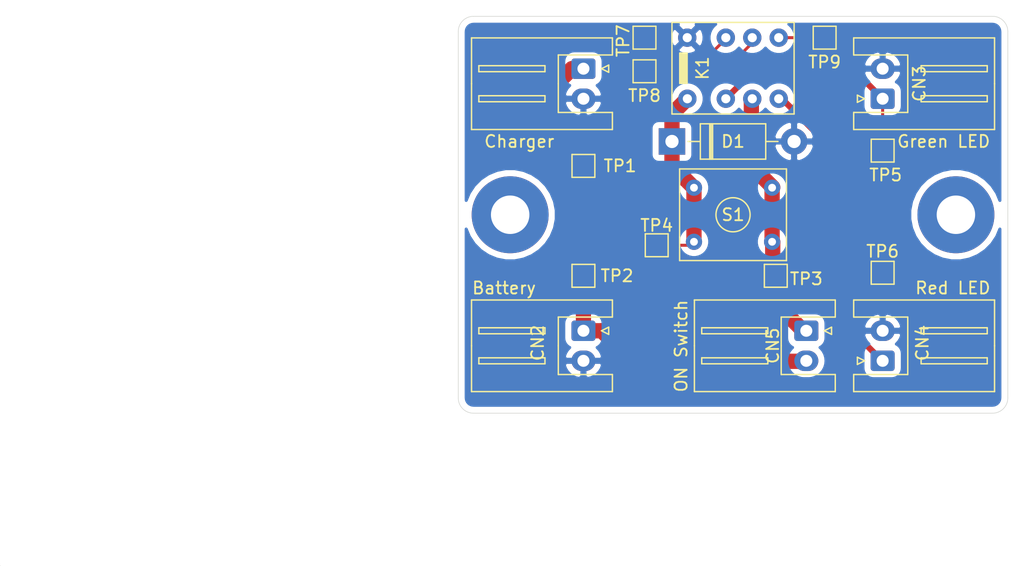
<source format=kicad_pcb>
(kicad_pcb (version 20171130) (host pcbnew 5.1.6-c6e7f7d~87~ubuntu18.04.1)

  (general
    (thickness 1.6)
    (drawings 14)
    (tracks 41)
    (zones 0)
    (modules 20)
    (nets 11)
  )

  (page A4)
  (title_block
    (title MFG-00740)
    (date 2020-08-07)
    (rev A.01)
    (company "Ventec Life Systems")
    (comment 1 "Cough Assist")
    (comment 2 "Go - No Go")
  )

  (layers
    (0 F.Cu signal)
    (31 B.Cu signal)
    (32 B.Adhes user)
    (33 F.Adhes user)
    (34 B.Paste user)
    (35 F.Paste user)
    (36 B.SilkS user)
    (37 F.SilkS user)
    (38 B.Mask user)
    (39 F.Mask user)
    (40 Dwgs.User user)
    (41 Cmts.User user)
    (42 Eco1.User user)
    (43 Eco2.User user)
    (44 Edge.Cuts user)
    (45 Margin user)
    (46 B.CrtYd user)
    (47 F.CrtYd user)
    (48 B.Fab user)
    (49 F.Fab user)
  )

  (setup
    (last_trace_width 0.25)
    (trace_clearance 0.2)
    (zone_clearance 0.508)
    (zone_45_only no)
    (trace_min 0.1524)
    (via_size 0.8)
    (via_drill 0.4)
    (via_min_size 0.6858)
    (via_min_drill 0.3302)
    (uvia_size 0.3)
    (uvia_drill 0.1)
    (uvias_allowed no)
    (uvia_min_size 0)
    (uvia_min_drill 0)
    (edge_width 0.05)
    (segment_width 0.2)
    (pcb_text_width 0.3)
    (pcb_text_size 1.5 1.5)
    (mod_edge_width 0.12)
    (mod_text_size 1 1)
    (mod_text_width 0.15)
    (pad_size 1.524 1.524)
    (pad_drill 0.762)
    (pad_to_mask_clearance 0.0508)
    (aux_axis_origin 0 0)
    (grid_origin 127 127)
    (visible_elements FFFFFF7F)
    (pcbplotparams
      (layerselection 0x010fc_ffffffff)
      (usegerberextensions true)
      (usegerberattributes true)
      (usegerberadvancedattributes true)
      (creategerberjobfile true)
      (excludeedgelayer true)
      (linewidth 0.100000)
      (plotframeref false)
      (viasonmask false)
      (mode 1)
      (useauxorigin false)
      (hpglpennumber 1)
      (hpglpenspeed 20)
      (hpglpendiameter 15.000000)
      (psnegative false)
      (psa4output false)
      (plotreference true)
      (plotvalue true)
      (plotinvisibletext false)
      (padsonsilk false)
      (subtractmaskfromsilk false)
      (outputformat 1)
      (mirror false)
      (drillshape 0)
      (scaleselection 1)
      (outputdirectory "./FabFiles/"))
  )

  (net 0 "")
  (net 1 /V_CHG)
  (net 2 GND)
  (net 3 /V_BATT)
  (net 4 /GRN_+)
  (net 5 /RED_+)
  (net 6 /V_LOAD)
  (net 7 /COIL_+)
  (net 8 /NC_1)
  (net 9 /C_1)
  (net 10 /NO_1)

  (net_class Default "This is the default net class."
    (clearance 0.2)
    (trace_width 0.25)
    (via_dia 0.8)
    (via_drill 0.4)
    (uvia_dia 0.3)
    (uvia_drill 0.1)
    (add_net /COIL_+)
    (add_net /C_1)
    (add_net /GRN_+)
    (add_net /NC_1)
    (add_net /NO_1)
    (add_net /RED_+)
    (add_net /V_BATT)
    (add_net /V_CHG)
    (add_net /V_LOAD)
    (add_net GND)
  )

  (module TestPoint:TestPoint_Pad_1.5x1.5mm (layer F.Cu) (tedit 5A0F774F) (tstamp 5F2E7A61)
    (at 157.48 95.758)
    (descr "SMD rectangular pad as test Point, square 1.5mm side length")
    (tags "test point SMD pad rectangle square")
    (path /5F33EB12)
    (attr virtual)
    (fp_text reference TP9 (at 0 2.032) (layer F.SilkS)
      (effects (font (size 1 1) (thickness 0.15)))
    )
    (fp_text value TestPoint (at 0 1.75) (layer F.Fab)
      (effects (font (size 1 1) (thickness 0.15)))
    )
    (fp_text user %R (at 0.254 0 180) (layer F.Fab)
      (effects (font (size 1 1) (thickness 0.15)))
    )
    (fp_line (start -0.95 -0.95) (end 0.95 -0.95) (layer F.SilkS) (width 0.12))
    (fp_line (start 0.95 -0.95) (end 0.95 0.95) (layer F.SilkS) (width 0.12))
    (fp_line (start 0.95 0.95) (end -0.95 0.95) (layer F.SilkS) (width 0.12))
    (fp_line (start -0.95 0.95) (end -0.95 -0.95) (layer F.SilkS) (width 0.12))
    (fp_line (start -1.25 -1.25) (end 1.25 -1.25) (layer F.CrtYd) (width 0.05))
    (fp_line (start -1.25 -1.25) (end -1.25 1.25) (layer F.CrtYd) (width 0.05))
    (fp_line (start 1.25 1.25) (end 1.25 -1.25) (layer F.CrtYd) (width 0.05))
    (fp_line (start 1.25 1.25) (end -1.25 1.25) (layer F.CrtYd) (width 0.05))
    (pad 1 smd rect (at 0 0) (size 1.5 1.5) (layers F.Cu F.Mask)
      (net 10 /NO_1))
  )

  (module TestPoint:TestPoint_Pad_1.5x1.5mm (layer F.Cu) (tedit 5A0F774F) (tstamp 5F2E7A4A)
    (at 142.494 98.552)
    (descr "SMD rectangular pad as test Point, square 1.5mm side length")
    (tags "test point SMD pad rectangle square")
    (path /5F33E8D5)
    (attr virtual)
    (fp_text reference TP8 (at 0 2.032) (layer F.SilkS)
      (effects (font (size 1 1) (thickness 0.15)))
    )
    (fp_text value TestPoint (at 0.254 -4.826) (layer F.Fab)
      (effects (font (size 1 1) (thickness 0.15)))
    )
    (fp_text user %R (at 0 0) (layer F.Fab)
      (effects (font (size 1 1) (thickness 0.15)))
    )
    (fp_line (start -0.95 -0.95) (end 0.95 -0.95) (layer F.SilkS) (width 0.12))
    (fp_line (start 0.95 -0.95) (end 0.95 0.95) (layer F.SilkS) (width 0.12))
    (fp_line (start 0.95 0.95) (end -0.95 0.95) (layer F.SilkS) (width 0.12))
    (fp_line (start -0.95 0.95) (end -0.95 -0.95) (layer F.SilkS) (width 0.12))
    (fp_line (start -1.25 -1.25) (end 1.25 -1.25) (layer F.CrtYd) (width 0.05))
    (fp_line (start -1.25 -1.25) (end -1.25 1.25) (layer F.CrtYd) (width 0.05))
    (fp_line (start 1.25 1.25) (end 1.25 -1.25) (layer F.CrtYd) (width 0.05))
    (fp_line (start 1.25 1.25) (end -1.25 1.25) (layer F.CrtYd) (width 0.05))
    (pad 1 smd rect (at 0 0) (size 1.5 1.5) (layers F.Cu F.Mask)
      (net 9 /C_1))
  )

  (module TestPoint:TestPoint_Pad_1.5x1.5mm (layer F.Cu) (tedit 5A0F774F) (tstamp 5F2E7A33)
    (at 142.494 95.758)
    (descr "SMD rectangular pad as test Point, square 1.5mm side length")
    (tags "test point SMD pad rectangle square")
    (path /5F332B0B)
    (attr virtual)
    (fp_text reference TP7 (at -1.778 0.254 90) (layer F.SilkS)
      (effects (font (size 1 1) (thickness 0.15)))
    )
    (fp_text value TestPoint (at 0.254 4.826) (layer F.Fab)
      (effects (font (size 1 1) (thickness 0.15)))
    )
    (fp_text user %R (at 0 0 180) (layer F.Fab)
      (effects (font (size 1 1) (thickness 0.15)))
    )
    (fp_line (start -0.95 -0.95) (end 0.95 -0.95) (layer F.SilkS) (width 0.12))
    (fp_line (start 0.95 -0.95) (end 0.95 0.95) (layer F.SilkS) (width 0.12))
    (fp_line (start 0.95 0.95) (end -0.95 0.95) (layer F.SilkS) (width 0.12))
    (fp_line (start -0.95 0.95) (end -0.95 -0.95) (layer F.SilkS) (width 0.12))
    (fp_line (start -1.25 -1.25) (end 1.25 -1.25) (layer F.CrtYd) (width 0.05))
    (fp_line (start -1.25 -1.25) (end -1.25 1.25) (layer F.CrtYd) (width 0.05))
    (fp_line (start 1.25 1.25) (end 1.25 -1.25) (layer F.CrtYd) (width 0.05))
    (fp_line (start 1.25 1.25) (end -1.25 1.25) (layer F.CrtYd) (width 0.05))
    (pad 1 smd rect (at 0 0) (size 1.5 1.5) (layers F.Cu F.Mask)
      (net 8 /NC_1))
  )

  (module TestPoint:TestPoint_Pad_1.5x1.5mm (layer F.Cu) (tedit 5A0F774F) (tstamp 5F2E7A1C)
    (at 162.306 115.316)
    (descr "SMD rectangular pad as test Point, square 1.5mm side length")
    (tags "test point SMD pad rectangle square")
    (path /5F3327D1)
    (attr virtual)
    (fp_text reference TP6 (at 0 -1.778) (layer F.SilkS)
      (effects (font (size 1 1) (thickness 0.15)))
    )
    (fp_text value TestPoint (at 0 1.75) (layer F.Fab)
      (effects (font (size 1 1) (thickness 0.15)))
    )
    (fp_text user %R (at 0 0.254 180) (layer F.Fab)
      (effects (font (size 1 1) (thickness 0.15)))
    )
    (fp_line (start -0.95 -0.95) (end 0.95 -0.95) (layer F.SilkS) (width 0.12))
    (fp_line (start 0.95 -0.95) (end 0.95 0.95) (layer F.SilkS) (width 0.12))
    (fp_line (start 0.95 0.95) (end -0.95 0.95) (layer F.SilkS) (width 0.12))
    (fp_line (start -0.95 0.95) (end -0.95 -0.95) (layer F.SilkS) (width 0.12))
    (fp_line (start -1.25 -1.25) (end 1.25 -1.25) (layer F.CrtYd) (width 0.05))
    (fp_line (start -1.25 -1.25) (end -1.25 1.25) (layer F.CrtYd) (width 0.05))
    (fp_line (start 1.25 1.25) (end 1.25 -1.25) (layer F.CrtYd) (width 0.05))
    (fp_line (start 1.25 1.25) (end -1.25 1.25) (layer F.CrtYd) (width 0.05))
    (pad 1 smd rect (at 0 0) (size 1.5 1.5) (layers F.Cu F.Mask)
      (net 5 /RED_+))
  )

  (module TestPoint:TestPoint_Pad_1.5x1.5mm (layer F.Cu) (tedit 5A0F774F) (tstamp 5F2E7A05)
    (at 162.306 105.156)
    (descr "SMD rectangular pad as test Point, square 1.5mm side length")
    (tags "test point SMD pad rectangle square")
    (path /5F3325EA)
    (attr virtual)
    (fp_text reference TP5 (at 0.254 2.032) (layer F.SilkS)
      (effects (font (size 1 1) (thickness 0.15)))
    )
    (fp_text value TestPoint (at 0 1.75) (layer F.Fab)
      (effects (font (size 1 1) (thickness 0.15)))
    )
    (fp_text user %R (at 0 0) (layer F.Fab)
      (effects (font (size 1 1) (thickness 0.15)))
    )
    (fp_line (start -0.95 -0.95) (end 0.95 -0.95) (layer F.SilkS) (width 0.12))
    (fp_line (start 0.95 -0.95) (end 0.95 0.95) (layer F.SilkS) (width 0.12))
    (fp_line (start 0.95 0.95) (end -0.95 0.95) (layer F.SilkS) (width 0.12))
    (fp_line (start -0.95 0.95) (end -0.95 -0.95) (layer F.SilkS) (width 0.12))
    (fp_line (start -1.25 -1.25) (end 1.25 -1.25) (layer F.CrtYd) (width 0.05))
    (fp_line (start -1.25 -1.25) (end -1.25 1.25) (layer F.CrtYd) (width 0.05))
    (fp_line (start 1.25 1.25) (end 1.25 -1.25) (layer F.CrtYd) (width 0.05))
    (fp_line (start 1.25 1.25) (end -1.25 1.25) (layer F.CrtYd) (width 0.05))
    (pad 1 smd rect (at 0 0) (size 1.5 1.5) (layers F.Cu F.Mask)
      (net 4 /GRN_+))
  )

  (module TestPoint:TestPoint_Pad_1.5x1.5mm (layer F.Cu) (tedit 5A0F774F) (tstamp 5F2E79EE)
    (at 143.51 113.03)
    (descr "SMD rectangular pad as test Point, square 1.5mm side length")
    (tags "test point SMD pad rectangle square")
    (path /5F3322A8)
    (attr virtual)
    (fp_text reference TP4 (at 0 -1.648) (layer F.SilkS)
      (effects (font (size 1 1) (thickness 0.15)))
    )
    (fp_text value TestPoint (at 0 1.75) (layer F.Fab)
      (effects (font (size 1 1) (thickness 0.15)))
    )
    (fp_text user %R (at 0 0) (layer F.Fab)
      (effects (font (size 1 1) (thickness 0.15)))
    )
    (fp_line (start -0.95 -0.95) (end 0.95 -0.95) (layer F.SilkS) (width 0.12))
    (fp_line (start 0.95 -0.95) (end 0.95 0.95) (layer F.SilkS) (width 0.12))
    (fp_line (start 0.95 0.95) (end -0.95 0.95) (layer F.SilkS) (width 0.12))
    (fp_line (start -0.95 0.95) (end -0.95 -0.95) (layer F.SilkS) (width 0.12))
    (fp_line (start -1.25 -1.25) (end 1.25 -1.25) (layer F.CrtYd) (width 0.05))
    (fp_line (start -1.25 -1.25) (end -1.25 1.25) (layer F.CrtYd) (width 0.05))
    (fp_line (start 1.25 1.25) (end 1.25 -1.25) (layer F.CrtYd) (width 0.05))
    (fp_line (start 1.25 1.25) (end -1.25 1.25) (layer F.CrtYd) (width 0.05))
    (pad 1 smd rect (at 0 0) (size 1.5 1.5) (layers F.Cu F.Mask)
      (net 7 /COIL_+))
  )

  (module TestPoint:TestPoint_Pad_1.5x1.5mm (layer F.Cu) (tedit 5A0F774F) (tstamp 5F2E79D7)
    (at 153.416 115.57)
    (descr "SMD rectangular pad as test Point, square 1.5mm side length")
    (tags "test point SMD pad rectangle square")
    (path /5F33202D)
    (attr virtual)
    (fp_text reference TP3 (at 2.54 0.254) (layer F.SilkS)
      (effects (font (size 1 1) (thickness 0.15)))
    )
    (fp_text value TestPoint (at 0 1.75) (layer F.Fab)
      (effects (font (size 1 1) (thickness 0.15)))
    )
    (fp_text user %R (at 0 0.254) (layer F.Fab)
      (effects (font (size 1 1) (thickness 0.15)))
    )
    (fp_line (start -0.95 -0.95) (end 0.95 -0.95) (layer F.SilkS) (width 0.12))
    (fp_line (start 0.95 -0.95) (end 0.95 0.95) (layer F.SilkS) (width 0.12))
    (fp_line (start 0.95 0.95) (end -0.95 0.95) (layer F.SilkS) (width 0.12))
    (fp_line (start -0.95 0.95) (end -0.95 -0.95) (layer F.SilkS) (width 0.12))
    (fp_line (start -1.25 -1.25) (end 1.25 -1.25) (layer F.CrtYd) (width 0.05))
    (fp_line (start -1.25 -1.25) (end -1.25 1.25) (layer F.CrtYd) (width 0.05))
    (fp_line (start 1.25 1.25) (end 1.25 -1.25) (layer F.CrtYd) (width 0.05))
    (fp_line (start 1.25 1.25) (end -1.25 1.25) (layer F.CrtYd) (width 0.05))
    (pad 1 smd rect (at 0 0) (size 1.5 1.5) (layers F.Cu F.Mask)
      (net 6 /V_LOAD))
  )

  (module TestPoint:TestPoint_Pad_1.5x1.5mm (layer F.Cu) (tedit 5A0F774F) (tstamp 5F2E79C0)
    (at 137.414 115.57)
    (descr "SMD rectangular pad as test Point, square 1.5mm side length")
    (tags "test point SMD pad rectangle square")
    (path /5F331C87)
    (attr virtual)
    (fp_text reference TP2 (at 2.794 0) (layer F.SilkS)
      (effects (font (size 1 1) (thickness 0.15)))
    )
    (fp_text value TestPoint (at 0 1.75) (layer F.Fab)
      (effects (font (size 1 1) (thickness 0.15)))
    )
    (fp_text user %R (at 0 0) (layer F.Fab)
      (effects (font (size 1 1) (thickness 0.15)))
    )
    (fp_line (start -0.95 -0.95) (end 0.95 -0.95) (layer F.SilkS) (width 0.12))
    (fp_line (start 0.95 -0.95) (end 0.95 0.95) (layer F.SilkS) (width 0.12))
    (fp_line (start 0.95 0.95) (end -0.95 0.95) (layer F.SilkS) (width 0.12))
    (fp_line (start -0.95 0.95) (end -0.95 -0.95) (layer F.SilkS) (width 0.12))
    (fp_line (start -1.25 -1.25) (end 1.25 -1.25) (layer F.CrtYd) (width 0.05))
    (fp_line (start -1.25 -1.25) (end -1.25 1.25) (layer F.CrtYd) (width 0.05))
    (fp_line (start 1.25 1.25) (end 1.25 -1.25) (layer F.CrtYd) (width 0.05))
    (fp_line (start 1.25 1.25) (end -1.25 1.25) (layer F.CrtYd) (width 0.05))
    (pad 1 smd rect (at 0 0) (size 1.5 1.5) (layers F.Cu F.Mask)
      (net 3 /V_BATT))
  )

  (module TestPoint:TestPoint_Pad_1.5x1.5mm (layer F.Cu) (tedit 5A0F774F) (tstamp 5F2E79A9)
    (at 137.414 106.426)
    (descr "SMD rectangular pad as test Point, square 1.5mm side length")
    (tags "test point SMD pad rectangle square")
    (path /5F31A27A)
    (attr virtual)
    (fp_text reference TP1 (at 3.048 0) (layer F.SilkS)
      (effects (font (size 1 1) (thickness 0.15)))
    )
    (fp_text value TestPoint (at 0 1.75) (layer F.Fab)
      (effects (font (size 1 1) (thickness 0.15)))
    )
    (fp_text user %R (at 0.254 0) (layer F.Fab)
      (effects (font (size 1 1) (thickness 0.15)))
    )
    (fp_line (start -0.95 -0.95) (end 0.95 -0.95) (layer F.SilkS) (width 0.12))
    (fp_line (start 0.95 -0.95) (end 0.95 0.95) (layer F.SilkS) (width 0.12))
    (fp_line (start 0.95 0.95) (end -0.95 0.95) (layer F.SilkS) (width 0.12))
    (fp_line (start -0.95 0.95) (end -0.95 -0.95) (layer F.SilkS) (width 0.12))
    (fp_line (start -1.25 -1.25) (end 1.25 -1.25) (layer F.CrtYd) (width 0.05))
    (fp_line (start -1.25 -1.25) (end -1.25 1.25) (layer F.CrtYd) (width 0.05))
    (fp_line (start 1.25 1.25) (end 1.25 -1.25) (layer F.CrtYd) (width 0.05))
    (fp_line (start 1.25 1.25) (end -1.25 1.25) (layer F.CrtYd) (width 0.05))
    (pad 1 smd rect (at 0 0) (size 1.5 1.5) (layers F.Cu F.Mask)
      (net 1 /V_CHG))
  )

  (module MountingHole:MountingHole_3.2mm_M3_Pad (layer F.Cu) (tedit 56D1B4CB) (tstamp 5F2F9B69)
    (at 168.402 110.49)
    (descr "Mounting Hole 3.2mm, M3")
    (tags "mounting hole 3.2mm m3")
    (path /5F2F56EC)
    (attr virtual)
    (fp_text reference H2 (at 0 -4.2) (layer F.SilkS) hide
      (effects (font (size 1 1) (thickness 0.15)))
    )
    (fp_text value MountingHole (at 4.826 -0.254 90) (layer F.Fab)
      (effects (font (size 1 1) (thickness 0.15)))
    )
    (fp_text user %R (at 0.3 0) (layer F.Fab)
      (effects (font (size 1 1) (thickness 0.15)))
    )
    (fp_circle (center 0 0) (end 3.2 0) (layer Cmts.User) (width 0.15))
    (fp_circle (center 0 0) (end 3.45 0) (layer F.CrtYd) (width 0.05))
    (pad 1 thru_hole circle (at 0 0) (size 6.4 6.4) (drill 3.2) (layers *.Cu *.Mask))
  )

  (module MountingHole:MountingHole_3.2mm_M3_Pad (layer F.Cu) (tedit 56D1B4CB) (tstamp 5F2F9B61)
    (at 131.318 110.49)
    (descr "Mounting Hole 3.2mm, M3")
    (tags "mounting hole 3.2mm m3")
    (path /5F2F3B6E)
    (attr virtual)
    (fp_text reference H1 (at 0 -4.2) (layer F.SilkS) hide
      (effects (font (size 1 1) (thickness 0.15)))
    )
    (fp_text value MountingHole (at -5.588 0.762 90) (layer F.Fab)
      (effects (font (size 1 1) (thickness 0.15)))
    )
    (fp_text user %R (at 0.3 0) (layer F.Fab)
      (effects (font (size 1 1) (thickness 0.15)))
    )
    (fp_circle (center 0 0) (end 3.2 0) (layer Cmts.User) (width 0.15))
    (fp_circle (center 0 0) (end 3.45 0) (layer F.CrtYd) (width 0.05))
    (pad 1 thru_hole circle (at 0 0) (size 6.4 6.4) (drill 3.2) (layers *.Cu *.Mask))
  )

  (module Connector_JST:JST_XH_S2B-XH-A_1x02_P2.50mm_Horizontal (layer F.Cu) (tedit 5C281475) (tstamp 5F2E789A)
    (at 137.414 98.338 270)
    (descr "JST XH series connector, S2B-XH-A (http://www.jst-mfg.com/product/pdf/eng/eXH.pdf), generated with kicad-footprint-generator")
    (tags "connector JST XH horizontal")
    (path /5F2E8634)
    (fp_text reference CN1 (at 6.056 7.62 180) (layer F.SilkS) hide
      (effects (font (size 1 1) (thickness 0.15)))
    )
    (fp_text value Conn_01x02 (at -4.866 4.572) (layer F.Fab)
      (effects (font (size 1 1) (thickness 0.15)))
    )
    (fp_line (start -2.95 -2.8) (end -2.95 9.7) (layer F.CrtYd) (width 0.05))
    (fp_line (start -2.95 9.7) (end 5.45 9.7) (layer F.CrtYd) (width 0.05))
    (fp_line (start 5.45 9.7) (end 5.45 -2.8) (layer F.CrtYd) (width 0.05))
    (fp_line (start 5.45 -2.8) (end -2.95 -2.8) (layer F.CrtYd) (width 0.05))
    (fp_line (start 1.25 9.31) (end -2.56 9.31) (layer F.SilkS) (width 0.12))
    (fp_line (start -2.56 9.31) (end -2.56 -2.41) (layer F.SilkS) (width 0.12))
    (fp_line (start -2.56 -2.41) (end -1.14 -2.41) (layer F.SilkS) (width 0.12))
    (fp_line (start -1.14 -2.41) (end -1.14 2.09) (layer F.SilkS) (width 0.12))
    (fp_line (start -1.14 2.09) (end 1.25 2.09) (layer F.SilkS) (width 0.12))
    (fp_line (start 1.25 9.31) (end 5.06 9.31) (layer F.SilkS) (width 0.12))
    (fp_line (start 5.06 9.31) (end 5.06 -2.41) (layer F.SilkS) (width 0.12))
    (fp_line (start 5.06 -2.41) (end 3.64 -2.41) (layer F.SilkS) (width 0.12))
    (fp_line (start 3.64 -2.41) (end 3.64 2.09) (layer F.SilkS) (width 0.12))
    (fp_line (start 3.64 2.09) (end 1.25 2.09) (layer F.SilkS) (width 0.12))
    (fp_line (start 1.25 9.2) (end -2.45 9.2) (layer F.Fab) (width 0.1))
    (fp_line (start -2.45 9.2) (end -2.45 -2.3) (layer F.Fab) (width 0.1))
    (fp_line (start -2.45 -2.3) (end -1.25 -2.3) (layer F.Fab) (width 0.1))
    (fp_line (start -1.25 -2.3) (end -1.25 2.2) (layer F.Fab) (width 0.1))
    (fp_line (start -1.25 2.2) (end 1.25 2.2) (layer F.Fab) (width 0.1))
    (fp_line (start 1.25 9.2) (end 4.95 9.2) (layer F.Fab) (width 0.1))
    (fp_line (start 4.95 9.2) (end 4.95 -2.3) (layer F.Fab) (width 0.1))
    (fp_line (start 4.95 -2.3) (end 3.75 -2.3) (layer F.Fab) (width 0.1))
    (fp_line (start 3.75 -2.3) (end 3.75 2.2) (layer F.Fab) (width 0.1))
    (fp_line (start 3.75 2.2) (end 1.25 2.2) (layer F.Fab) (width 0.1))
    (fp_line (start -0.25 3.2) (end -0.25 8.7) (layer F.SilkS) (width 0.12))
    (fp_line (start -0.25 8.7) (end 0.25 8.7) (layer F.SilkS) (width 0.12))
    (fp_line (start 0.25 8.7) (end 0.25 3.2) (layer F.SilkS) (width 0.12))
    (fp_line (start 0.25 3.2) (end -0.25 3.2) (layer F.SilkS) (width 0.12))
    (fp_line (start 2.25 3.2) (end 2.25 8.7) (layer F.SilkS) (width 0.12))
    (fp_line (start 2.25 8.7) (end 2.75 8.7) (layer F.SilkS) (width 0.12))
    (fp_line (start 2.75 8.7) (end 2.75 3.2) (layer F.SilkS) (width 0.12))
    (fp_line (start 2.75 3.2) (end 2.25 3.2) (layer F.SilkS) (width 0.12))
    (fp_line (start 0 -1.5) (end -0.3 -2.1) (layer F.SilkS) (width 0.12))
    (fp_line (start -0.3 -2.1) (end 0.3 -2.1) (layer F.SilkS) (width 0.12))
    (fp_line (start 0.3 -2.1) (end 0 -1.5) (layer F.SilkS) (width 0.12))
    (fp_line (start -0.625 2.2) (end 0 1.2) (layer F.Fab) (width 0.1))
    (fp_line (start 0 1.2) (end 0.625 2.2) (layer F.Fab) (width 0.1))
    (fp_text user %R (at 1.23 3.556 90) (layer F.Fab)
      (effects (font (size 1 1) (thickness 0.15)))
    )
    (pad 1 thru_hole roundrect (at 0 0 270) (size 1.7 2) (drill 1) (layers *.Cu *.Mask) (roundrect_rratio 0.147059)
      (net 1 /V_CHG))
    (pad 2 thru_hole oval (at 2.5 0 270) (size 1.7 2) (drill 1) (layers *.Cu *.Mask)
      (net 2 GND))
    (model ${KISYS3DMOD}/Connector_JST.3dshapes/JST_XH_S2B-XH-A_1x02_P2.50mm_Horizontal.wrl
      (at (xyz 0 0 0))
      (scale (xyz 1 1 1))
      (rotate (xyz 0 0 0))
    )
  )

  (module Connector_JST:JST_XH_S2B-XH-A_1x02_P2.50mm_Horizontal (layer F.Cu) (tedit 5C281475) (tstamp 5F2FAB99)
    (at 137.414 120.142 270)
    (descr "JST XH series connector, S2B-XH-A (http://www.jst-mfg.com/product/pdf/eng/eXH.pdf), generated with kicad-footprint-generator")
    (tags "connector JST XH horizontal")
    (path /5F2E8E6E)
    (fp_text reference CN2 (at 1.016 3.81 90) (layer F.SilkS)
      (effects (font (size 1 1) (thickness 0.15)))
    )
    (fp_text value Conn_01x02 (at 5.842 3.81 180) (layer F.Fab)
      (effects (font (size 1 1) (thickness 0.15)))
    )
    (fp_text user %R (at 1.25 3.45 90) (layer F.Fab)
      (effects (font (size 1 1) (thickness 0.15)))
    )
    (fp_line (start -2.95 -2.8) (end -2.95 9.7) (layer F.CrtYd) (width 0.05))
    (fp_line (start -2.95 9.7) (end 5.45 9.7) (layer F.CrtYd) (width 0.05))
    (fp_line (start 5.45 9.7) (end 5.45 -2.8) (layer F.CrtYd) (width 0.05))
    (fp_line (start 5.45 -2.8) (end -2.95 -2.8) (layer F.CrtYd) (width 0.05))
    (fp_line (start 1.25 9.31) (end -2.56 9.31) (layer F.SilkS) (width 0.12))
    (fp_line (start -2.56 9.31) (end -2.56 -2.41) (layer F.SilkS) (width 0.12))
    (fp_line (start -2.56 -2.41) (end -1.14 -2.41) (layer F.SilkS) (width 0.12))
    (fp_line (start -1.14 -2.41) (end -1.14 2.09) (layer F.SilkS) (width 0.12))
    (fp_line (start -1.14 2.09) (end 1.25 2.09) (layer F.SilkS) (width 0.12))
    (fp_line (start 1.25 9.31) (end 5.06 9.31) (layer F.SilkS) (width 0.12))
    (fp_line (start 5.06 9.31) (end 5.06 -2.41) (layer F.SilkS) (width 0.12))
    (fp_line (start 5.06 -2.41) (end 3.64 -2.41) (layer F.SilkS) (width 0.12))
    (fp_line (start 3.64 -2.41) (end 3.64 2.09) (layer F.SilkS) (width 0.12))
    (fp_line (start 3.64 2.09) (end 1.25 2.09) (layer F.SilkS) (width 0.12))
    (fp_line (start 1.25 9.2) (end -2.45 9.2) (layer F.Fab) (width 0.1))
    (fp_line (start -2.45 9.2) (end -2.45 -2.3) (layer F.Fab) (width 0.1))
    (fp_line (start -2.45 -2.3) (end -1.25 -2.3) (layer F.Fab) (width 0.1))
    (fp_line (start -1.25 -2.3) (end -1.25 2.2) (layer F.Fab) (width 0.1))
    (fp_line (start -1.25 2.2) (end 1.25 2.2) (layer F.Fab) (width 0.1))
    (fp_line (start 1.25 9.2) (end 4.95 9.2) (layer F.Fab) (width 0.1))
    (fp_line (start 4.95 9.2) (end 4.95 -2.3) (layer F.Fab) (width 0.1))
    (fp_line (start 4.95 -2.3) (end 3.75 -2.3) (layer F.Fab) (width 0.1))
    (fp_line (start 3.75 -2.3) (end 3.75 2.2) (layer F.Fab) (width 0.1))
    (fp_line (start 3.75 2.2) (end 1.25 2.2) (layer F.Fab) (width 0.1))
    (fp_line (start -0.25 3.2) (end -0.25 8.7) (layer F.SilkS) (width 0.12))
    (fp_line (start -0.25 8.7) (end 0.25 8.7) (layer F.SilkS) (width 0.12))
    (fp_line (start 0.25 8.7) (end 0.25 3.2) (layer F.SilkS) (width 0.12))
    (fp_line (start 0.25 3.2) (end -0.25 3.2) (layer F.SilkS) (width 0.12))
    (fp_line (start 2.25 3.2) (end 2.25 8.7) (layer F.SilkS) (width 0.12))
    (fp_line (start 2.25 8.7) (end 2.75 8.7) (layer F.SilkS) (width 0.12))
    (fp_line (start 2.75 8.7) (end 2.75 3.2) (layer F.SilkS) (width 0.12))
    (fp_line (start 2.75 3.2) (end 2.25 3.2) (layer F.SilkS) (width 0.12))
    (fp_line (start 0 -1.5) (end -0.3 -2.1) (layer F.SilkS) (width 0.12))
    (fp_line (start -0.3 -2.1) (end 0.3 -2.1) (layer F.SilkS) (width 0.12))
    (fp_line (start 0.3 -2.1) (end 0 -1.5) (layer F.SilkS) (width 0.12))
    (fp_line (start -0.625 2.2) (end 0 1.2) (layer F.Fab) (width 0.1))
    (fp_line (start 0 1.2) (end 0.625 2.2) (layer F.Fab) (width 0.1))
    (pad 1 thru_hole roundrect (at 0 0 270) (size 1.7 2) (drill 1) (layers *.Cu *.Mask) (roundrect_rratio 0.147059)
      (net 3 /V_BATT))
    (pad 2 thru_hole oval (at 2.5 0 270) (size 1.7 2) (drill 1) (layers *.Cu *.Mask)
      (net 2 GND))
    (model ${KISYS3DMOD}/Connector_JST.3dshapes/JST_XH_S2B-XH-A_1x02_P2.50mm_Horizontal.wrl
      (at (xyz 0 0 0))
      (scale (xyz 1 1 1))
      (rotate (xyz 0 0 0))
    )
  )

  (module Connector_JST:JST_XH_S2B-XH-A_1x02_P2.50mm_Horizontal (layer F.Cu) (tedit 5C281475) (tstamp 5F2E78F2)
    (at 162.306 100.838 90)
    (descr "JST XH series connector, S2B-XH-A (http://www.jst-mfg.com/product/pdf/eng/eXH.pdf), generated with kicad-footprint-generator")
    (tags "connector JST XH horizontal")
    (path /5F2E968C)
    (fp_text reference CN3 (at 1.25 3.048 90) (layer F.SilkS)
      (effects (font (size 1 1) (thickness 0.15)))
    )
    (fp_text value Conn_01x02 (at 1.25 10.4 90) (layer F.Fab)
      (effects (font (size 1 1) (thickness 0.15)))
    )
    (fp_line (start -2.95 -2.8) (end -2.95 9.7) (layer F.CrtYd) (width 0.05))
    (fp_line (start -2.95 9.7) (end 5.45 9.7) (layer F.CrtYd) (width 0.05))
    (fp_line (start 5.45 9.7) (end 5.45 -2.8) (layer F.CrtYd) (width 0.05))
    (fp_line (start 5.45 -2.8) (end -2.95 -2.8) (layer F.CrtYd) (width 0.05))
    (fp_line (start 1.25 9.31) (end -2.56 9.31) (layer F.SilkS) (width 0.12))
    (fp_line (start -2.56 9.31) (end -2.56 -2.41) (layer F.SilkS) (width 0.12))
    (fp_line (start -2.56 -2.41) (end -1.14 -2.41) (layer F.SilkS) (width 0.12))
    (fp_line (start -1.14 -2.41) (end -1.14 2.09) (layer F.SilkS) (width 0.12))
    (fp_line (start -1.14 2.09) (end 1.25 2.09) (layer F.SilkS) (width 0.12))
    (fp_line (start 1.25 9.31) (end 5.06 9.31) (layer F.SilkS) (width 0.12))
    (fp_line (start 5.06 9.31) (end 5.06 -2.41) (layer F.SilkS) (width 0.12))
    (fp_line (start 5.06 -2.41) (end 3.64 -2.41) (layer F.SilkS) (width 0.12))
    (fp_line (start 3.64 -2.41) (end 3.64 2.09) (layer F.SilkS) (width 0.12))
    (fp_line (start 3.64 2.09) (end 1.25 2.09) (layer F.SilkS) (width 0.12))
    (fp_line (start 1.25 9.2) (end -2.45 9.2) (layer F.Fab) (width 0.1))
    (fp_line (start -2.45 9.2) (end -2.45 -2.3) (layer F.Fab) (width 0.1))
    (fp_line (start -2.45 -2.3) (end -1.25 -2.3) (layer F.Fab) (width 0.1))
    (fp_line (start -1.25 -2.3) (end -1.25 2.2) (layer F.Fab) (width 0.1))
    (fp_line (start -1.25 2.2) (end 1.25 2.2) (layer F.Fab) (width 0.1))
    (fp_line (start 1.25 9.2) (end 4.95 9.2) (layer F.Fab) (width 0.1))
    (fp_line (start 4.95 9.2) (end 4.95 -2.3) (layer F.Fab) (width 0.1))
    (fp_line (start 4.95 -2.3) (end 3.75 -2.3) (layer F.Fab) (width 0.1))
    (fp_line (start 3.75 -2.3) (end 3.75 2.2) (layer F.Fab) (width 0.1))
    (fp_line (start 3.75 2.2) (end 1.25 2.2) (layer F.Fab) (width 0.1))
    (fp_line (start -0.25 3.2) (end -0.25 8.7) (layer F.SilkS) (width 0.12))
    (fp_line (start -0.25 8.7) (end 0.25 8.7) (layer F.SilkS) (width 0.12))
    (fp_line (start 0.25 8.7) (end 0.25 3.2) (layer F.SilkS) (width 0.12))
    (fp_line (start 0.25 3.2) (end -0.25 3.2) (layer F.SilkS) (width 0.12))
    (fp_line (start 2.25 3.2) (end 2.25 8.7) (layer F.SilkS) (width 0.12))
    (fp_line (start 2.25 8.7) (end 2.75 8.7) (layer F.SilkS) (width 0.12))
    (fp_line (start 2.75 8.7) (end 2.75 3.2) (layer F.SilkS) (width 0.12))
    (fp_line (start 2.75 3.2) (end 2.25 3.2) (layer F.SilkS) (width 0.12))
    (fp_line (start 0 -1.5) (end -0.3 -2.1) (layer F.SilkS) (width 0.12))
    (fp_line (start -0.3 -2.1) (end 0.3 -2.1) (layer F.SilkS) (width 0.12))
    (fp_line (start 0.3 -2.1) (end 0 -1.5) (layer F.SilkS) (width 0.12))
    (fp_line (start -0.625 2.2) (end 0 1.2) (layer F.Fab) (width 0.1))
    (fp_line (start 0 1.2) (end 0.625 2.2) (layer F.Fab) (width 0.1))
    (fp_text user %R (at 1.25 3.45 90) (layer F.Fab)
      (effects (font (size 1 1) (thickness 0.15)))
    )
    (pad 1 thru_hole roundrect (at 0 0 90) (size 1.7 2) (drill 1) (layers *.Cu *.Mask) (roundrect_rratio 0.147059)
      (net 4 /GRN_+))
    (pad 2 thru_hole oval (at 2.5 0 90) (size 1.7 2) (drill 1) (layers *.Cu *.Mask)
      (net 2 GND))
    (model ${KISYS3DMOD}/Connector_JST.3dshapes/JST_XH_S2B-XH-A_1x02_P2.50mm_Horizontal.wrl
      (at (xyz 0 0 0))
      (scale (xyz 1 1 1))
      (rotate (xyz 0 0 0))
    )
  )

  (module Connector_JST:JST_XH_S2B-XH-A_1x02_P2.50mm_Horizontal (layer F.Cu) (tedit 5C281475) (tstamp 5F2F9EE1)
    (at 162.306 122.642 90)
    (descr "JST XH series connector, S2B-XH-A (http://www.jst-mfg.com/product/pdf/eng/eXH.pdf), generated with kicad-footprint-generator")
    (tags "connector JST XH horizontal")
    (path /5F2E9B08)
    (fp_text reference CN4 (at 1.484 3.302 90) (layer F.SilkS)
      (effects (font (size 1 1) (thickness 0.15)))
    )
    (fp_text value Conn_01x02 (at -3.596 4.318 180) (layer F.Fab)
      (effects (font (size 1 1) (thickness 0.15)))
    )
    (fp_line (start 0 1.2) (end 0.625 2.2) (layer F.Fab) (width 0.1))
    (fp_line (start -0.625 2.2) (end 0 1.2) (layer F.Fab) (width 0.1))
    (fp_line (start 0.3 -2.1) (end 0 -1.5) (layer F.SilkS) (width 0.12))
    (fp_line (start -0.3 -2.1) (end 0.3 -2.1) (layer F.SilkS) (width 0.12))
    (fp_line (start 0 -1.5) (end -0.3 -2.1) (layer F.SilkS) (width 0.12))
    (fp_line (start 2.75 3.2) (end 2.25 3.2) (layer F.SilkS) (width 0.12))
    (fp_line (start 2.75 8.7) (end 2.75 3.2) (layer F.SilkS) (width 0.12))
    (fp_line (start 2.25 8.7) (end 2.75 8.7) (layer F.SilkS) (width 0.12))
    (fp_line (start 2.25 3.2) (end 2.25 8.7) (layer F.SilkS) (width 0.12))
    (fp_line (start 0.25 3.2) (end -0.25 3.2) (layer F.SilkS) (width 0.12))
    (fp_line (start 0.25 8.7) (end 0.25 3.2) (layer F.SilkS) (width 0.12))
    (fp_line (start -0.25 8.7) (end 0.25 8.7) (layer F.SilkS) (width 0.12))
    (fp_line (start -0.25 3.2) (end -0.25 8.7) (layer F.SilkS) (width 0.12))
    (fp_line (start 3.75 2.2) (end 1.25 2.2) (layer F.Fab) (width 0.1))
    (fp_line (start 3.75 -2.3) (end 3.75 2.2) (layer F.Fab) (width 0.1))
    (fp_line (start 4.95 -2.3) (end 3.75 -2.3) (layer F.Fab) (width 0.1))
    (fp_line (start 4.95 9.2) (end 4.95 -2.3) (layer F.Fab) (width 0.1))
    (fp_line (start 1.25 9.2) (end 4.95 9.2) (layer F.Fab) (width 0.1))
    (fp_line (start -1.25 2.2) (end 1.25 2.2) (layer F.Fab) (width 0.1))
    (fp_line (start -1.25 -2.3) (end -1.25 2.2) (layer F.Fab) (width 0.1))
    (fp_line (start -2.45 -2.3) (end -1.25 -2.3) (layer F.Fab) (width 0.1))
    (fp_line (start -2.45 9.2) (end -2.45 -2.3) (layer F.Fab) (width 0.1))
    (fp_line (start 1.25 9.2) (end -2.45 9.2) (layer F.Fab) (width 0.1))
    (fp_line (start 3.64 2.09) (end 1.25 2.09) (layer F.SilkS) (width 0.12))
    (fp_line (start 3.64 -2.41) (end 3.64 2.09) (layer F.SilkS) (width 0.12))
    (fp_line (start 5.06 -2.41) (end 3.64 -2.41) (layer F.SilkS) (width 0.12))
    (fp_line (start 5.06 9.31) (end 5.06 -2.41) (layer F.SilkS) (width 0.12))
    (fp_line (start 1.25 9.31) (end 5.06 9.31) (layer F.SilkS) (width 0.12))
    (fp_line (start -1.14 2.09) (end 1.25 2.09) (layer F.SilkS) (width 0.12))
    (fp_line (start -1.14 -2.41) (end -1.14 2.09) (layer F.SilkS) (width 0.12))
    (fp_line (start -2.56 -2.41) (end -1.14 -2.41) (layer F.SilkS) (width 0.12))
    (fp_line (start -2.56 9.31) (end -2.56 -2.41) (layer F.SilkS) (width 0.12))
    (fp_line (start 1.25 9.31) (end -2.56 9.31) (layer F.SilkS) (width 0.12))
    (fp_line (start 5.45 -2.8) (end -2.95 -2.8) (layer F.CrtYd) (width 0.05))
    (fp_line (start 5.45 9.7) (end 5.45 -2.8) (layer F.CrtYd) (width 0.05))
    (fp_line (start -2.95 9.7) (end 5.45 9.7) (layer F.CrtYd) (width 0.05))
    (fp_line (start -2.95 -2.8) (end -2.95 9.7) (layer F.CrtYd) (width 0.05))
    (fp_text user %R (at 1.25 3.45 90) (layer F.Fab)
      (effects (font (size 1 1) (thickness 0.15)))
    )
    (pad 2 thru_hole oval (at 2.5 0 90) (size 1.7 2) (drill 1) (layers *.Cu *.Mask)
      (net 2 GND))
    (pad 1 thru_hole roundrect (at 0 0 90) (size 1.7 2) (drill 1) (layers *.Cu *.Mask) (roundrect_rratio 0.147059)
      (net 5 /RED_+))
    (model ${KISYS3DMOD}/Connector_JST.3dshapes/JST_XH_S2B-XH-A_1x02_P2.50mm_Horizontal.wrl
      (at (xyz 0 0 0))
      (scale (xyz 1 1 1))
      (rotate (xyz 0 0 0))
    )
  )

  (module Connector_JST:JST_XH_S2B-XH-A_1x02_P2.50mm_Horizontal (layer F.Cu) (tedit 5C281475) (tstamp 5F2FA4C6)
    (at 155.956 120.142 270)
    (descr "JST XH series connector, S2B-XH-A (http://www.jst-mfg.com/product/pdf/eng/eXH.pdf), generated with kicad-footprint-generator")
    (tags "connector JST XH horizontal")
    (path /5F2E9FDF)
    (fp_text reference CN5 (at 1.25 2.794 90) (layer F.SilkS)
      (effects (font (size 1 1) (thickness 0.15)))
    )
    (fp_text value Conn_01x02 (at 5.842 3.048) (layer F.Fab)
      (effects (font (size 1 1) (thickness 0.15)))
    )
    (fp_line (start -2.95 -2.8) (end -2.95 9.7) (layer F.CrtYd) (width 0.05))
    (fp_line (start -2.95 9.7) (end 5.45 9.7) (layer F.CrtYd) (width 0.05))
    (fp_line (start 5.45 9.7) (end 5.45 -2.8) (layer F.CrtYd) (width 0.05))
    (fp_line (start 5.45 -2.8) (end -2.95 -2.8) (layer F.CrtYd) (width 0.05))
    (fp_line (start 1.25 9.31) (end -2.56 9.31) (layer F.SilkS) (width 0.12))
    (fp_line (start -2.56 9.31) (end -2.56 -2.41) (layer F.SilkS) (width 0.12))
    (fp_line (start -2.56 -2.41) (end -1.14 -2.41) (layer F.SilkS) (width 0.12))
    (fp_line (start -1.14 -2.41) (end -1.14 2.09) (layer F.SilkS) (width 0.12))
    (fp_line (start -1.14 2.09) (end 1.25 2.09) (layer F.SilkS) (width 0.12))
    (fp_line (start 1.25 9.31) (end 5.06 9.31) (layer F.SilkS) (width 0.12))
    (fp_line (start 5.06 9.31) (end 5.06 -2.41) (layer F.SilkS) (width 0.12))
    (fp_line (start 5.06 -2.41) (end 3.64 -2.41) (layer F.SilkS) (width 0.12))
    (fp_line (start 3.64 -2.41) (end 3.64 2.09) (layer F.SilkS) (width 0.12))
    (fp_line (start 3.64 2.09) (end 1.25 2.09) (layer F.SilkS) (width 0.12))
    (fp_line (start 1.25 9.2) (end -2.45 9.2) (layer F.Fab) (width 0.1))
    (fp_line (start -2.45 9.2) (end -2.45 -2.3) (layer F.Fab) (width 0.1))
    (fp_line (start -2.45 -2.3) (end -1.25 -2.3) (layer F.Fab) (width 0.1))
    (fp_line (start -1.25 -2.3) (end -1.25 2.2) (layer F.Fab) (width 0.1))
    (fp_line (start -1.25 2.2) (end 1.25 2.2) (layer F.Fab) (width 0.1))
    (fp_line (start 1.25 9.2) (end 4.95 9.2) (layer F.Fab) (width 0.1))
    (fp_line (start 4.95 9.2) (end 4.95 -2.3) (layer F.Fab) (width 0.1))
    (fp_line (start 4.95 -2.3) (end 3.75 -2.3) (layer F.Fab) (width 0.1))
    (fp_line (start 3.75 -2.3) (end 3.75 2.2) (layer F.Fab) (width 0.1))
    (fp_line (start 3.75 2.2) (end 1.25 2.2) (layer F.Fab) (width 0.1))
    (fp_line (start -0.25 3.2) (end -0.25 8.7) (layer F.SilkS) (width 0.12))
    (fp_line (start -0.25 8.7) (end 0.25 8.7) (layer F.SilkS) (width 0.12))
    (fp_line (start 0.25 8.7) (end 0.25 3.2) (layer F.SilkS) (width 0.12))
    (fp_line (start 0.25 3.2) (end -0.25 3.2) (layer F.SilkS) (width 0.12))
    (fp_line (start 2.25 3.2) (end 2.25 8.7) (layer F.SilkS) (width 0.12))
    (fp_line (start 2.25 8.7) (end 2.75 8.7) (layer F.SilkS) (width 0.12))
    (fp_line (start 2.75 8.7) (end 2.75 3.2) (layer F.SilkS) (width 0.12))
    (fp_line (start 2.75 3.2) (end 2.25 3.2) (layer F.SilkS) (width 0.12))
    (fp_line (start 0 -1.5) (end -0.3 -2.1) (layer F.SilkS) (width 0.12))
    (fp_line (start -0.3 -2.1) (end 0.3 -2.1) (layer F.SilkS) (width 0.12))
    (fp_line (start 0.3 -2.1) (end 0 -1.5) (layer F.SilkS) (width 0.12))
    (fp_line (start -0.625 2.2) (end 0 1.2) (layer F.Fab) (width 0.1))
    (fp_line (start 0 1.2) (end 0.625 2.2) (layer F.Fab) (width 0.1))
    (fp_text user %R (at 1.25 3.45 90) (layer F.Fab)
      (effects (font (size 1 1) (thickness 0.15)))
    )
    (pad 1 thru_hole roundrect (at 0 0 270) (size 1.7 2) (drill 1) (layers *.Cu *.Mask) (roundrect_rratio 0.147059)
      (net 6 /V_LOAD))
    (pad 2 thru_hole oval (at 2.5 0 270) (size 1.7 2) (drill 1) (layers *.Cu *.Mask)
      (net 3 /V_BATT))
    (model ${KISYS3DMOD}/Connector_JST.3dshapes/JST_XH_S2B-XH-A_1x02_P2.50mm_Horizontal.wrl
      (at (xyz 0 0 0))
      (scale (xyz 1 1 1))
      (rotate (xyz 0 0 0))
    )
  )

  (module Diode_THT:D_DO-41_SOD81_P10.16mm_Horizontal (layer F.Cu) (tedit 5AE50CD5) (tstamp 5F2E80BA)
    (at 144.78 104.394)
    (descr "Diode, DO-41_SOD81 series, Axial, Horizontal, pin pitch=10.16mm, , length*diameter=5.2*2.7mm^2, , http://www.diodes.com/_files/packages/DO-41%20(Plastic).pdf")
    (tags "Diode DO-41_SOD81 series Axial Horizontal pin pitch 10.16mm  length 5.2mm diameter 2.7mm")
    (path /5F301FC9)
    (fp_text reference D1 (at 5.08 0) (layer F.SilkS)
      (effects (font (size 1 1) (thickness 0.15)))
    )
    (fp_text value 1N4002 (at 5.08 2.47) (layer F.Fab)
      (effects (font (size 1 1) (thickness 0.15)))
    )
    (fp_line (start 2.48 -1.35) (end 2.48 1.35) (layer F.Fab) (width 0.1))
    (fp_line (start 2.48 1.35) (end 7.68 1.35) (layer F.Fab) (width 0.1))
    (fp_line (start 7.68 1.35) (end 7.68 -1.35) (layer F.Fab) (width 0.1))
    (fp_line (start 7.68 -1.35) (end 2.48 -1.35) (layer F.Fab) (width 0.1))
    (fp_line (start 0 0) (end 2.48 0) (layer F.Fab) (width 0.1))
    (fp_line (start 10.16 0) (end 7.68 0) (layer F.Fab) (width 0.1))
    (fp_line (start 3.26 -1.35) (end 3.26 1.35) (layer F.Fab) (width 0.1))
    (fp_line (start 3.36 -1.35) (end 3.36 1.35) (layer F.Fab) (width 0.1))
    (fp_line (start 3.16 -1.35) (end 3.16 1.35) (layer F.Fab) (width 0.1))
    (fp_line (start 2.36 -1.47) (end 2.36 1.47) (layer F.SilkS) (width 0.12))
    (fp_line (start 2.36 1.47) (end 7.8 1.47) (layer F.SilkS) (width 0.12))
    (fp_line (start 7.8 1.47) (end 7.8 -1.47) (layer F.SilkS) (width 0.12))
    (fp_line (start 7.8 -1.47) (end 2.36 -1.47) (layer F.SilkS) (width 0.12))
    (fp_line (start 1.34 0) (end 2.36 0) (layer F.SilkS) (width 0.12))
    (fp_line (start 8.82 0) (end 7.8 0) (layer F.SilkS) (width 0.12))
    (fp_line (start 3.26 -1.47) (end 3.26 1.47) (layer F.SilkS) (width 0.12))
    (fp_line (start 3.38 -1.47) (end 3.38 1.47) (layer F.SilkS) (width 0.12))
    (fp_line (start 3.14 -1.47) (end 3.14 1.47) (layer F.SilkS) (width 0.12))
    (fp_line (start -1.35 -1.6) (end -1.35 1.6) (layer F.CrtYd) (width 0.05))
    (fp_line (start -1.35 1.6) (end 11.51 1.6) (layer F.CrtYd) (width 0.05))
    (fp_line (start 11.51 1.6) (end 11.51 -1.6) (layer F.CrtYd) (width 0.05))
    (fp_line (start 11.51 -1.6) (end -1.35 -1.6) (layer F.CrtYd) (width 0.05))
    (fp_text user %R (at 5.588 0) (layer F.Fab)
      (effects (font (size 1 1) (thickness 0.15)))
    )
    (fp_text user K (at 1.778 -6.096) (layer F.Fab)
      (effects (font (size 1 1) (thickness 0.15)))
    )
    (pad 1 thru_hole rect (at 0 0) (size 2.2 2.2) (drill 1.1) (layers *.Cu *.Mask)
      (net 7 /COIL_+))
    (pad 2 thru_hole oval (at 10.16 0) (size 2.2 2.2) (drill 1.1) (layers *.Cu *.Mask)
      (net 2 GND))
    (model ${KISYS3DMOD}/Diode_THT.3dshapes/D_DO-41_SOD81_P10.16mm_Horizontal.wrl
      (at (xyz 0 0 0))
      (scale (xyz 1 1 1))
      (rotate (xyz 0 0 0))
    )
  )

  (module Cough-GoNoGo:TE_IM04TS (layer F.Cu) (tedit 5F2DF8C2) (tstamp 5F2E797A)
    (at 149.86 98.298 90)
    (path /5F2DCE90)
    (fp_text reference K1 (at 0 -2.54 90) (layer F.SilkS)
      (effects (font (size 1 1) (thickness 0.15)))
    )
    (fp_text value DPDT (at 0 0.508 180) (layer F.Fab)
      (effects (font (size 1 1) (thickness 0.15)))
    )
    (fp_line (start -3.81 -5.08) (end 3.81 -5.08) (layer F.SilkS) (width 0.12))
    (fp_line (start 3.81 -5.08) (end 3.81 5.08) (layer F.SilkS) (width 0.12))
    (fp_line (start 3.81 5.08) (end -3.81 5.08) (layer F.SilkS) (width 0.12))
    (fp_line (start -3.81 5.08) (end -3.81 -5.08) (layer F.SilkS) (width 0.12))
    (fp_poly (pts (xy 1.27 -3.81) (xy -1.27 -3.81) (xy -1.27 -4.445) (xy 1.27 -4.445)) (layer F.SilkS) (width 0.1))
    (pad 8 thru_hole circle (at 2.54 -3.81 90) (size 1.524 1.524) (drill 0.762) (layers *.Cu *.Mask)
      (net 2 GND))
    (pad 7 thru_hole circle (at 2.54 -0.6 90) (size 1.524 1.524) (drill 0.762) (layers *.Cu *.Mask)
      (net 8 /NC_1))
    (pad 6 thru_hole circle (at 2.54 1.6 90) (size 1.524 1.524) (drill 0.762) (layers *.Cu *.Mask)
      (net 9 /C_1))
    (pad 5 thru_hole circle (at 2.54 3.8 90) (size 1.524 1.524) (drill 0.762) (layers *.Cu *.Mask)
      (net 10 /NO_1))
    (pad 4 thru_hole circle (at -2.54 3.8 90) (size 1.524 1.524) (drill 0.762) (layers *.Cu *.Mask)
      (net 5 /RED_+))
    (pad 3 thru_hole circle (at -2.54 1.6 90) (size 1.524 1.524) (drill 0.762) (layers *.Cu *.Mask)
      (net 6 /V_LOAD))
    (pad 2 thru_hole circle (at -2.54 -0.6 90) (size 1.524 1.524) (drill 0.762) (layers *.Cu *.Mask)
      (net 4 /GRN_+))
    (pad 1 thru_hole circle (at -2.54 -3.8 90) (size 1.524 1.524) (drill 0.762) (layers *.Cu *.Mask)
      (net 7 /COIL_+))
    (model /home/taylor/FreeCAD/IM04TS_Model.FCStd
      (at (xyz 0 0 0))
      (scale (xyz 1 1 1))
      (rotate (xyz 0 0 0))
    )
    (model ${KIPRJMOD}/Cough-GoNoGo.pretty/IM04TS.step
      (offset (xyz -3 -5.2 0.75))
      (scale (xyz 1 1 1))
      (rotate (xyz 0 0 0))
    )
  )

  (module NetTie:NetTie-2_SMD_Pad0.5mm (layer F.Cu) (tedit 5A1CF6D3) (tstamp 5F2E7985)
    (at 137.414 110.49 270)
    (descr "Net tie, 2 pin, 0.5mm square SMD pads")
    (tags "net tie")
    (path /5F30BA1B)
    (attr virtual)
    (fp_text reference NT1 (at 0 -1.2 90) (layer F.SilkS) hide
      (effects (font (size 1 1) (thickness 0.15)))
    )
    (fp_text value Net-Tie_2 (at -0.762 -4.318 180) (layer F.Fab)
      (effects (font (size 1 1) (thickness 0.15)))
    )
    (fp_poly (pts (xy -0.5 -0.25) (xy 0.5 -0.25) (xy 0.5 0.25) (xy -0.5 0.25)) (layer F.Cu) (width 0))
    (fp_line (start 1 -0.5) (end -1 -0.5) (layer F.CrtYd) (width 0.05))
    (fp_line (start 1 0.5) (end 1 -0.5) (layer F.CrtYd) (width 0.05))
    (fp_line (start -1 0.5) (end 1 0.5) (layer F.CrtYd) (width 0.05))
    (fp_line (start -1 -0.5) (end -1 0.5) (layer F.CrtYd) (width 0.05))
    (pad 1 smd circle (at -0.5 0 270) (size 0.5 0.5) (layers F.Cu)
      (net 1 /V_CHG))
    (pad 2 smd circle (at 0.5 0 270) (size 0.5 0.5) (layers F.Cu)
      (net 3 /V_BATT))
  )

  (module Cough-GoNoGo:TactileSwitch (layer F.Cu) (tedit 5F2DFC65) (tstamp 5F2E7992)
    (at 149.86 110.49 180)
    (path /5F2E551E)
    (fp_text reference S1 (at 0 0) (layer F.SilkS)
      (effects (font (size 1 1) (thickness 0.15)))
    )
    (fp_text value Pushbutton (at 0.254 0.254) (layer F.Fab)
      (effects (font (size 1 1) (thickness 0.15)))
    )
    (fp_line (start -4.445 -3.81) (end 4.445 -3.81) (layer F.SilkS) (width 0.12))
    (fp_line (start 4.445 -3.81) (end 4.445 3.81) (layer F.SilkS) (width 0.12))
    (fp_line (start 4.445 3.81) (end -4.445 3.81) (layer F.SilkS) (width 0.12))
    (fp_line (start -4.445 -3.81) (end -4.445 3.81) (layer F.SilkS) (width 0.12))
    (fp_circle (center 0 0) (end 1.419903 0) (layer F.SilkS) (width 0.12))
    (pad 1 thru_hole circle (at -3.25 -2.25 180) (size 1.35 1.35) (drill 0.65) (layers *.Cu *.Mask)
      (net 6 /V_LOAD))
    (pad 2 thru_hole circle (at -3.25 2.25 180) (size 1.35 1.35) (drill 0.65) (layers *.Cu *.Mask)
      (net 6 /V_LOAD))
    (pad 3 thru_hole circle (at 3.25 2.25 180) (size 1.35 1.35) (drill 0.65) (layers *.Cu *.Mask)
      (net 7 /COIL_+))
    (pad 4 thru_hole circle (at 3.25 -2.25 180) (size 1.35 1.35) (drill 0.65) (layers *.Cu *.Mask)
      (net 7 /COIL_+))
    (model "/home/taylor/Downloads/1821N540_KEYBOARD PUSH-BUTTON SWTICH.STEP"
      (offset (xyz 0 0 0.5))
      (scale (xyz 1 1 1))
      (rotate (xyz -90 0 0))
    )
  )

  (gr_text "Green LED" (at 167.386 104.394) (layer F.SilkS)
    (effects (font (size 1 1) (thickness 0.15)))
  )
  (gr_text "Red LED" (at 168.148 116.586) (layer F.SilkS)
    (effects (font (size 1 1) (thickness 0.15)))
  )
  (gr_text "ON Switch" (at 145.542 121.412 90) (layer F.SilkS)
    (effects (font (size 1 1) (thickness 0.15)))
  )
  (gr_text Battery (at 130.81 116.586) (layer F.SilkS)
    (effects (font (size 1 1) (thickness 0.15)))
  )
  (gr_text Charger (at 132.08 104.394) (layer F.SilkS)
    (effects (font (size 1 1) (thickness 0.15)))
  )
  (gr_arc (start 171.45 95.25) (end 171.45 93.98) (angle 90) (layer Edge.Cuts) (width 0.05))
  (gr_arc (start 171.45 125.73) (end 172.72 125.73) (angle 90) (layer Edge.Cuts) (width 0.05))
  (gr_arc (start 128.27 125.73) (end 127 125.73) (angle -90) (layer Edge.Cuts) (width 0.05))
  (gr_arc (start 128.27 95.25) (end 128.27 93.98) (angle -90) (layer Edge.Cuts) (width 0.05))
  (gr_line (start 88.9 139.7) (end 88.9 139.7) (layer Edge.Cuts) (width 0.05) (tstamp 5F2E7E36))
  (gr_line (start 128.27 127) (end 171.45 127) (layer Edge.Cuts) (width 0.05))
  (gr_line (start 127 125.73) (end 127 95.25) (layer Edge.Cuts) (width 0.05))
  (gr_line (start 128.27 93.98) (end 171.45 93.98) (layer Edge.Cuts) (width 0.05))
  (gr_line (start 172.72 95.25) (end 172.72 125.73) (layer Edge.Cuts) (width 0.05))

  (segment (start 137.414 106.68) (end 137.414 109.904999) (width 1.27) (layer F.Cu) (net 1))
  (segment (start 135.128 104.14) (end 135.128 104.394) (width 1.27) (layer F.Cu) (net 1))
  (segment (start 137.414 98.338) (end 136.45301 98.338) (width 1.27) (layer F.Cu) (net 1))
  (segment (start 136.45301 98.338) (end 135.128 99.66301) (width 1.27) (layer F.Cu) (net 1))
  (segment (start 135.128 99.66301) (end 135.128 104.14) (width 1.27) (layer F.Cu) (net 1))
  (segment (start 135.128 104.394) (end 137.414 106.68) (width 1.27) (layer F.Cu) (net 1))
  (segment (start 137.414 120.142) (end 137.414 111.375009) (width 1.27) (layer F.Cu) (net 3))
  (segment (start 141.478 122.682) (end 155.611562 122.682) (width 1.27) (layer F.Cu) (net 3))
  (segment (start 137.414 120.142) (end 138.938 120.142) (width 1.27) (layer F.Cu) (net 3))
  (segment (start 138.938 120.142) (end 141.478 122.682) (width 1.27) (layer F.Cu) (net 3))
  (segment (start 160.782 99.314) (end 162.306 100.838) (width 0.508) (layer F.Cu) (net 4))
  (segment (start 149.26 100.838) (end 150.784 99.314) (width 0.508) (layer F.Cu) (net 4))
  (segment (start 150.784 99.314) (end 160.782 99.314) (width 0.508) (layer F.Cu) (net 4))
  (segment (start 162.306 105.156) (end 162.306 100.838) (width 0.25) (layer F.Cu) (net 4))
  (segment (start 157.48 117.856) (end 162.306 122.682) (width 0.508) (layer F.Cu) (net 5))
  (segment (start 153.66 100.838) (end 153.924 100.838) (width 0.508) (layer F.Cu) (net 5))
  (segment (start 153.924 100.838) (end 157.48 104.394) (width 0.508) (layer F.Cu) (net 5))
  (segment (start 162.306 115.316) (end 157.48 115.316) (width 0.25) (layer F.Cu) (net 5))
  (segment (start 157.48 104.394) (end 157.48 115.316) (width 0.508) (layer F.Cu) (net 5))
  (segment (start 157.48 115.316) (end 157.48 117.856) (width 0.508) (layer F.Cu) (net 5))
  (segment (start 151.384 106.426) (end 151.384 100.838) (width 1.27) (layer F.Cu) (net 6))
  (segment (start 153.162 108.204) (end 151.384 106.426) (width 1.27) (layer F.Cu) (net 6))
  (segment (start 153.162 117.602) (end 155.702 120.142) (width 1.27) (layer F.Cu) (net 6))
  (segment (start 153.11 108.24) (end 153.11 112.724) (width 1.27) (layer F.Cu) (net 6))
  (segment (start 155.702 120.142) (end 155.956 120.142) (width 1.27) (layer F.Cu) (net 6))
  (segment (start 153.162 112.776) (end 153.162 117.602) (width 1.27) (layer F.Cu) (net 6))
  (segment (start 153.11 112.724) (end 153.162 112.776) (width 1.27) (layer F.Cu) (net 6))
  (segment (start 144.78 104.394) (end 144.78 102.108) (width 1.27) (layer F.Cu) (net 7))
  (segment (start 144.78 102.108) (end 146.05 100.838) (width 1.27) (layer F.Cu) (net 7))
  (segment (start 144.78 106.426) (end 146.558 108.204) (width 1.27) (layer F.Cu) (net 7))
  (segment (start 144.78 104.394) (end 144.78 106.426) (width 1.27) (layer F.Cu) (net 7))
  (segment (start 146.61 108.24) (end 146.61 112.724) (width 1.27) (layer F.Cu) (net 7))
  (segment (start 143.51 113.03) (end 146.304 113.03) (width 0.25) (layer F.Cu) (net 7))
  (segment (start 146.304 113.03) (end 146.558 112.776) (width 0.25) (layer F.Cu) (net 7))
  (segment (start 147.828 97.282) (end 149.352 95.758) (width 0.25) (layer F.Cu) (net 8))
  (segment (start 142.494 95.758) (end 144.018 97.282) (width 0.25) (layer F.Cu) (net 8))
  (segment (start 144.018 97.282) (end 147.828 97.282) (width 0.25) (layer F.Cu) (net 8))
  (segment (start 151.384 96.266) (end 151.384 95.758) (width 0.25) (layer F.Cu) (net 9))
  (segment (start 142.494 98.552) (end 149.098 98.552) (width 0.25) (layer F.Cu) (net 9))
  (segment (start 149.098 98.552) (end 151.384 96.266) (width 0.25) (layer F.Cu) (net 9))
  (segment (start 153.66 95.758) (end 157.734 95.758) (width 0.25) (layer F.Cu) (net 10))

  (zone (net 2) (net_name GND) (layer B.Cu) (tstamp 5F2FD050) (hatch edge 0.508)
    (connect_pads (clearance 0.508))
    (min_thickness 0.254)
    (fill yes (arc_segments 32) (thermal_gap 0.508) (thermal_bridge_width 0.508))
    (polygon
      (pts
        (xy 172.72 127) (xy 127 127) (xy 127 93.98) (xy 172.72 93.98)
      )
    )
    (filled_polygon
      (pts
        (xy 145.26404 94.792435) (xy 146.05 95.578395) (xy 146.83596 94.792435) (xy 146.793434 94.64) (xy 148.418673 94.64)
        (xy 148.369465 94.67288) (xy 148.17488 94.867465) (xy 148.021995 95.096273) (xy 147.916686 95.35051) (xy 147.863 95.620408)
        (xy 147.863 95.895592) (xy 147.916686 96.16549) (xy 148.021995 96.419727) (xy 148.17488 96.648535) (xy 148.369465 96.84312)
        (xy 148.598273 96.996005) (xy 148.85251 97.101314) (xy 149.122408 97.155) (xy 149.397592 97.155) (xy 149.66749 97.101314)
        (xy 149.921727 96.996005) (xy 150.150535 96.84312) (xy 150.34512 96.648535) (xy 150.36 96.626266) (xy 150.37488 96.648535)
        (xy 150.569465 96.84312) (xy 150.798273 96.996005) (xy 151.05251 97.101314) (xy 151.322408 97.155) (xy 151.597592 97.155)
        (xy 151.86749 97.101314) (xy 152.121727 96.996005) (xy 152.350535 96.84312) (xy 152.54512 96.648535) (xy 152.56 96.626266)
        (xy 152.57488 96.648535) (xy 152.769465 96.84312) (xy 152.998273 96.996005) (xy 153.25251 97.101314) (xy 153.522408 97.155)
        (xy 153.797592 97.155) (xy 154.06749 97.101314) (xy 154.321727 96.996005) (xy 154.550535 96.84312) (xy 154.74512 96.648535)
        (xy 154.898005 96.419727) (xy 155.003314 96.16549) (xy 155.057 95.895592) (xy 155.057 95.620408) (xy 155.003314 95.35051)
        (xy 154.898005 95.096273) (xy 154.74512 94.867465) (xy 154.550535 94.67288) (xy 154.501327 94.64) (xy 171.417721 94.64)
        (xy 171.567869 94.654722) (xy 171.681246 94.688953) (xy 171.785819 94.744555) (xy 171.877596 94.819407) (xy 171.953091 94.910664)
        (xy 172.009419 95.014844) (xy 172.04444 95.127976) (xy 172.06 95.276022) (xy 172.06 109.299856) (xy 171.800533 108.673446)
        (xy 171.380839 108.04533) (xy 170.84667 107.511161) (xy 170.218554 107.091467) (xy 169.520628 106.802377) (xy 168.779715 106.655)
        (xy 168.024285 106.655) (xy 167.283372 106.802377) (xy 166.585446 107.091467) (xy 165.95733 107.511161) (xy 165.423161 108.04533)
        (xy 165.003467 108.673446) (xy 164.714377 109.371372) (xy 164.567 110.112285) (xy 164.567 110.867715) (xy 164.714377 111.608628)
        (xy 165.003467 112.306554) (xy 165.423161 112.93467) (xy 165.95733 113.468839) (xy 166.585446 113.888533) (xy 167.283372 114.177623)
        (xy 168.024285 114.325) (xy 168.779715 114.325) (xy 169.520628 114.177623) (xy 170.218554 113.888533) (xy 170.84667 113.468839)
        (xy 171.380839 112.93467) (xy 171.800533 112.306554) (xy 172.060001 111.680144) (xy 172.060001 125.697711) (xy 172.045278 125.847869)
        (xy 172.011047 125.961246) (xy 171.955446 126.065817) (xy 171.880594 126.157595) (xy 171.789335 126.233091) (xy 171.68516 126.289419)
        (xy 171.572024 126.32444) (xy 171.423979 126.34) (xy 128.302279 126.34) (xy 128.152131 126.325278) (xy 128.038754 126.291047)
        (xy 127.934183 126.235446) (xy 127.842405 126.160594) (xy 127.766909 126.069335) (xy 127.710581 125.96516) (xy 127.67556 125.852024)
        (xy 127.66 125.703979) (xy 127.66 122.99889) (xy 135.822524 122.99889) (xy 135.824446 123.011261) (xy 135.924146 123.285009)
        (xy 136.075336 123.534046) (xy 136.272205 123.748802) (xy 136.507188 123.921025) (xy 136.771255 124.044096) (xy 137.054258 124.113285)
        (xy 137.287 123.969232) (xy 137.287 122.769) (xy 137.541 122.769) (xy 137.541 123.969232) (xy 137.773742 124.113285)
        (xy 138.056745 124.044096) (xy 138.320812 123.921025) (xy 138.555795 123.748802) (xy 138.752664 123.534046) (xy 138.903854 123.285009)
        (xy 139.003554 123.011261) (xy 139.005476 122.99889) (xy 138.884155 122.769) (xy 137.541 122.769) (xy 137.287 122.769)
        (xy 135.943845 122.769) (xy 135.822524 122.99889) (xy 127.66 122.99889) (xy 127.66 122.642) (xy 154.313815 122.642)
        (xy 154.342487 122.933111) (xy 154.427401 123.213034) (xy 154.565294 123.471014) (xy 154.750866 123.697134) (xy 154.976986 123.882706)
        (xy 155.234966 124.020599) (xy 155.514889 124.105513) (xy 155.73305 124.127) (xy 156.17895 124.127) (xy 156.397111 124.105513)
        (xy 156.677034 124.020599) (xy 156.935014 123.882706) (xy 157.161134 123.697134) (xy 157.346706 123.471014) (xy 157.484599 123.213034)
        (xy 157.569513 122.933111) (xy 157.598185 122.642) (xy 157.569513 122.350889) (xy 157.484599 122.070966) (xy 157.469117 122.042)
        (xy 160.667928 122.042) (xy 160.667928 123.242) (xy 160.684992 123.415254) (xy 160.735528 123.58185) (xy 160.817595 123.735386)
        (xy 160.928038 123.869962) (xy 161.062614 123.980405) (xy 161.21615 124.062472) (xy 161.382746 124.113008) (xy 161.556 124.130072)
        (xy 163.056 124.130072) (xy 163.229254 124.113008) (xy 163.39585 124.062472) (xy 163.549386 123.980405) (xy 163.683962 123.869962)
        (xy 163.794405 123.735386) (xy 163.876472 123.58185) (xy 163.927008 123.415254) (xy 163.944072 123.242) (xy 163.944072 122.042)
        (xy 163.927008 121.868746) (xy 163.876472 121.70215) (xy 163.794405 121.548614) (xy 163.683962 121.414038) (xy 163.549386 121.303595)
        (xy 163.447407 121.249086) (xy 163.447795 121.248802) (xy 163.644664 121.034046) (xy 163.795854 120.785009) (xy 163.895554 120.511261)
        (xy 163.897476 120.49889) (xy 163.776155 120.269) (xy 162.433 120.269) (xy 162.433 120.289) (xy 162.179 120.289)
        (xy 162.179 120.269) (xy 160.835845 120.269) (xy 160.714524 120.49889) (xy 160.716446 120.511261) (xy 160.816146 120.785009)
        (xy 160.967336 121.034046) (xy 161.164205 121.248802) (xy 161.164593 121.249086) (xy 161.062614 121.303595) (xy 160.928038 121.414038)
        (xy 160.817595 121.548614) (xy 160.735528 121.70215) (xy 160.684992 121.868746) (xy 160.667928 122.042) (xy 157.469117 122.042)
        (xy 157.346706 121.812986) (xy 157.161134 121.586866) (xy 157.097663 121.534777) (xy 157.199386 121.480405) (xy 157.333962 121.369962)
        (xy 157.444405 121.235386) (xy 157.526472 121.08185) (xy 157.577008 120.915254) (xy 157.594072 120.742) (xy 157.594072 119.78511)
        (xy 160.714524 119.78511) (xy 160.835845 120.015) (xy 162.179 120.015) (xy 162.179 118.814768) (xy 162.433 118.814768)
        (xy 162.433 120.015) (xy 163.776155 120.015) (xy 163.897476 119.78511) (xy 163.895554 119.772739) (xy 163.795854 119.498991)
        (xy 163.644664 119.249954) (xy 163.447795 119.035198) (xy 163.212812 118.862975) (xy 162.948745 118.739904) (xy 162.665742 118.670715)
        (xy 162.433 118.814768) (xy 162.179 118.814768) (xy 161.946258 118.670715) (xy 161.663255 118.739904) (xy 161.399188 118.862975)
        (xy 161.164205 119.035198) (xy 160.967336 119.249954) (xy 160.816146 119.498991) (xy 160.716446 119.772739) (xy 160.714524 119.78511)
        (xy 157.594072 119.78511) (xy 157.594072 119.542) (xy 157.577008 119.368746) (xy 157.526472 119.20215) (xy 157.444405 119.048614)
        (xy 157.333962 118.914038) (xy 157.199386 118.803595) (xy 157.04585 118.721528) (xy 156.879254 118.670992) (xy 156.706 118.653928)
        (xy 155.206 118.653928) (xy 155.032746 118.670992) (xy 154.86615 118.721528) (xy 154.712614 118.803595) (xy 154.578038 118.914038)
        (xy 154.467595 119.048614) (xy 154.385528 119.20215) (xy 154.334992 119.368746) (xy 154.317928 119.542) (xy 154.317928 120.742)
        (xy 154.334992 120.915254) (xy 154.385528 121.08185) (xy 154.467595 121.235386) (xy 154.578038 121.369962) (xy 154.712614 121.480405)
        (xy 154.814337 121.534777) (xy 154.750866 121.586866) (xy 154.565294 121.812986) (xy 154.427401 122.070966) (xy 154.342487 122.350889)
        (xy 154.313815 122.642) (xy 127.66 122.642) (xy 127.66 119.542) (xy 135.775928 119.542) (xy 135.775928 120.742)
        (xy 135.792992 120.915254) (xy 135.843528 121.08185) (xy 135.925595 121.235386) (xy 136.036038 121.369962) (xy 136.170614 121.480405)
        (xy 136.272593 121.534914) (xy 136.272205 121.535198) (xy 136.075336 121.749954) (xy 135.924146 121.998991) (xy 135.824446 122.272739)
        (xy 135.822524 122.28511) (xy 135.943845 122.515) (xy 137.287 122.515) (xy 137.287 122.495) (xy 137.541 122.495)
        (xy 137.541 122.515) (xy 138.884155 122.515) (xy 139.005476 122.28511) (xy 139.003554 122.272739) (xy 138.903854 121.998991)
        (xy 138.752664 121.749954) (xy 138.555795 121.535198) (xy 138.555407 121.534914) (xy 138.657386 121.480405) (xy 138.791962 121.369962)
        (xy 138.902405 121.235386) (xy 138.984472 121.08185) (xy 139.035008 120.915254) (xy 139.052072 120.742) (xy 139.052072 119.542)
        (xy 139.035008 119.368746) (xy 138.984472 119.20215) (xy 138.902405 119.048614) (xy 138.791962 118.914038) (xy 138.657386 118.803595)
        (xy 138.50385 118.721528) (xy 138.337254 118.670992) (xy 138.164 118.653928) (xy 136.664 118.653928) (xy 136.490746 118.670992)
        (xy 136.32415 118.721528) (xy 136.170614 118.803595) (xy 136.036038 118.914038) (xy 135.925595 119.048614) (xy 135.843528 119.20215)
        (xy 135.792992 119.368746) (xy 135.775928 119.542) (xy 127.66 119.542) (xy 127.66 111.680144) (xy 127.919467 112.306554)
        (xy 128.339161 112.93467) (xy 128.87333 113.468839) (xy 129.501446 113.888533) (xy 130.199372 114.177623) (xy 130.940285 114.325)
        (xy 131.695715 114.325) (xy 132.436628 114.177623) (xy 133.134554 113.888533) (xy 133.76267 113.468839) (xy 134.296839 112.93467)
        (xy 134.513124 112.610976) (xy 145.3 112.610976) (xy 145.3 112.869024) (xy 145.350342 113.122113) (xy 145.449093 113.360518)
        (xy 145.592456 113.575077) (xy 145.774923 113.757544) (xy 145.989482 113.900907) (xy 146.227887 113.999658) (xy 146.480976 114.05)
        (xy 146.739024 114.05) (xy 146.992113 113.999658) (xy 147.230518 113.900907) (xy 147.445077 113.757544) (xy 147.627544 113.575077)
        (xy 147.770907 113.360518) (xy 147.869658 113.122113) (xy 147.92 112.869024) (xy 147.92 112.610976) (xy 151.8 112.610976)
        (xy 151.8 112.869024) (xy 151.850342 113.122113) (xy 151.949093 113.360518) (xy 152.092456 113.575077) (xy 152.274923 113.757544)
        (xy 152.489482 113.900907) (xy 152.727887 113.999658) (xy 152.980976 114.05) (xy 153.239024 114.05) (xy 153.492113 113.999658)
        (xy 153.730518 113.900907) (xy 153.945077 113.757544) (xy 154.127544 113.575077) (xy 154.270907 113.360518) (xy 154.369658 113.122113)
        (xy 154.42 112.869024) (xy 154.42 112.610976) (xy 154.369658 112.357887) (xy 154.270907 112.119482) (xy 154.127544 111.904923)
        (xy 153.945077 111.722456) (xy 153.730518 111.579093) (xy 153.492113 111.480342) (xy 153.239024 111.43) (xy 152.980976 111.43)
        (xy 152.727887 111.480342) (xy 152.489482 111.579093) (xy 152.274923 111.722456) (xy 152.092456 111.904923) (xy 151.949093 112.119482)
        (xy 151.850342 112.357887) (xy 151.8 112.610976) (xy 147.92 112.610976) (xy 147.869658 112.357887) (xy 147.770907 112.119482)
        (xy 147.627544 111.904923) (xy 147.445077 111.722456) (xy 147.230518 111.579093) (xy 146.992113 111.480342) (xy 146.739024 111.43)
        (xy 146.480976 111.43) (xy 146.227887 111.480342) (xy 145.989482 111.579093) (xy 145.774923 111.722456) (xy 145.592456 111.904923)
        (xy 145.449093 112.119482) (xy 145.350342 112.357887) (xy 145.3 112.610976) (xy 134.513124 112.610976) (xy 134.716533 112.306554)
        (xy 135.005623 111.608628) (xy 135.153 110.867715) (xy 135.153 110.112285) (xy 135.005623 109.371372) (xy 134.716533 108.673446)
        (xy 134.340703 108.110976) (xy 145.3 108.110976) (xy 145.3 108.369024) (xy 145.350342 108.622113) (xy 145.449093 108.860518)
        (xy 145.592456 109.075077) (xy 145.774923 109.257544) (xy 145.989482 109.400907) (xy 146.227887 109.499658) (xy 146.480976 109.55)
        (xy 146.739024 109.55) (xy 146.992113 109.499658) (xy 147.230518 109.400907) (xy 147.445077 109.257544) (xy 147.627544 109.075077)
        (xy 147.770907 108.860518) (xy 147.869658 108.622113) (xy 147.92 108.369024) (xy 147.92 108.110976) (xy 151.8 108.110976)
        (xy 151.8 108.369024) (xy 151.850342 108.622113) (xy 151.949093 108.860518) (xy 152.092456 109.075077) (xy 152.274923 109.257544)
        (xy 152.489482 109.400907) (xy 152.727887 109.499658) (xy 152.980976 109.55) (xy 153.239024 109.55) (xy 153.492113 109.499658)
        (xy 153.730518 109.400907) (xy 153.945077 109.257544) (xy 154.127544 109.075077) (xy 154.270907 108.860518) (xy 154.369658 108.622113)
        (xy 154.42 108.369024) (xy 154.42 108.110976) (xy 154.369658 107.857887) (xy 154.270907 107.619482) (xy 154.127544 107.404923)
        (xy 153.945077 107.222456) (xy 153.730518 107.079093) (xy 153.492113 106.980342) (xy 153.239024 106.93) (xy 152.980976 106.93)
        (xy 152.727887 106.980342) (xy 152.489482 107.079093) (xy 152.274923 107.222456) (xy 152.092456 107.404923) (xy 151.949093 107.619482)
        (xy 151.850342 107.857887) (xy 151.8 108.110976) (xy 147.92 108.110976) (xy 147.869658 107.857887) (xy 147.770907 107.619482)
        (xy 147.627544 107.404923) (xy 147.445077 107.222456) (xy 147.230518 107.079093) (xy 146.992113 106.980342) (xy 146.739024 106.93)
        (xy 146.480976 106.93) (xy 146.227887 106.980342) (xy 145.989482 107.079093) (xy 145.774923 107.222456) (xy 145.592456 107.404923)
        (xy 145.449093 107.619482) (xy 145.350342 107.857887) (xy 145.3 108.110976) (xy 134.340703 108.110976) (xy 134.296839 108.04533)
        (xy 133.76267 107.511161) (xy 133.134554 107.091467) (xy 132.436628 106.802377) (xy 131.695715 106.655) (xy 130.940285 106.655)
        (xy 130.199372 106.802377) (xy 129.501446 107.091467) (xy 128.87333 107.511161) (xy 128.339161 108.04533) (xy 127.919467 108.673446)
        (xy 127.66 109.299856) (xy 127.66 103.294) (xy 143.041928 103.294) (xy 143.041928 105.494) (xy 143.054188 105.618482)
        (xy 143.090498 105.73818) (xy 143.149463 105.848494) (xy 143.228815 105.945185) (xy 143.325506 106.024537) (xy 143.43582 106.083502)
        (xy 143.555518 106.119812) (xy 143.68 106.132072) (xy 145.88 106.132072) (xy 146.004482 106.119812) (xy 146.12418 106.083502)
        (xy 146.234494 106.024537) (xy 146.331185 105.945185) (xy 146.410537 105.848494) (xy 146.469502 105.73818) (xy 146.505812 105.618482)
        (xy 146.518072 105.494) (xy 146.518072 104.790122) (xy 153.250825 104.790122) (xy 153.315425 105.003094) (xy 153.465469 105.308329)
        (xy 153.672178 105.578427) (xy 153.927609 105.803008) (xy 154.221946 105.973442) (xy 154.543877 106.083179) (xy 154.813 105.9656)
        (xy 154.813 104.521) (xy 155.067 104.521) (xy 155.067 105.9656) (xy 155.336123 106.083179) (xy 155.658054 105.973442)
        (xy 155.952391 105.803008) (xy 156.207822 105.578427) (xy 156.414531 105.308329) (xy 156.564575 105.003094) (xy 156.629175 104.790122)
        (xy 156.511125 104.521) (xy 155.067 104.521) (xy 154.813 104.521) (xy 153.368875 104.521) (xy 153.250825 104.790122)
        (xy 146.518072 104.790122) (xy 146.518072 103.997878) (xy 153.250825 103.997878) (xy 153.368875 104.267) (xy 154.813 104.267)
        (xy 154.813 102.8224) (xy 155.067 102.8224) (xy 155.067 104.267) (xy 156.511125 104.267) (xy 156.629175 103.997878)
        (xy 156.564575 103.784906) (xy 156.414531 103.479671) (xy 156.207822 103.209573) (xy 155.952391 102.984992) (xy 155.658054 102.814558)
        (xy 155.336123 102.704821) (xy 155.067 102.8224) (xy 154.813 102.8224) (xy 154.543877 102.704821) (xy 154.221946 102.814558)
        (xy 153.927609 102.984992) (xy 153.672178 103.209573) (xy 153.465469 103.479671) (xy 153.315425 103.784906) (xy 153.250825 103.997878)
        (xy 146.518072 103.997878) (xy 146.518072 103.294) (xy 146.505812 103.169518) (xy 146.469502 103.04982) (xy 146.410537 102.939506)
        (xy 146.331185 102.842815) (xy 146.234494 102.763463) (xy 146.12418 102.704498) (xy 146.004482 102.668188) (xy 145.88 102.655928)
        (xy 143.68 102.655928) (xy 143.555518 102.668188) (xy 143.43582 102.704498) (xy 143.325506 102.763463) (xy 143.228815 102.842815)
        (xy 143.149463 102.939506) (xy 143.090498 103.04982) (xy 143.054188 103.169518) (xy 143.041928 103.294) (xy 127.66 103.294)
        (xy 127.66 101.19489) (xy 135.822524 101.19489) (xy 135.824446 101.207261) (xy 135.924146 101.481009) (xy 136.075336 101.730046)
        (xy 136.272205 101.944802) (xy 136.507188 102.117025) (xy 136.771255 102.240096) (xy 137.054258 102.309285) (xy 137.287 102.165232)
        (xy 137.287 100.965) (xy 137.541 100.965) (xy 137.541 102.165232) (xy 137.773742 102.309285) (xy 138.056745 102.240096)
        (xy 138.320812 102.117025) (xy 138.555795 101.944802) (xy 138.752664 101.730046) (xy 138.903854 101.481009) (xy 139.003554 101.207261)
        (xy 139.005476 101.19489) (xy 138.884155 100.965) (xy 137.541 100.965) (xy 137.287 100.965) (xy 135.943845 100.965)
        (xy 135.822524 101.19489) (xy 127.66 101.19489) (xy 127.66 97.738) (xy 135.775928 97.738) (xy 135.775928 98.938)
        (xy 135.792992 99.111254) (xy 135.843528 99.27785) (xy 135.925595 99.431386) (xy 136.036038 99.565962) (xy 136.170614 99.676405)
        (xy 136.272593 99.730914) (xy 136.272205 99.731198) (xy 136.075336 99.945954) (xy 135.924146 100.194991) (xy 135.824446 100.468739)
        (xy 135.822524 100.48111) (xy 135.943845 100.711) (xy 137.287 100.711) (xy 137.287 100.691) (xy 137.541 100.691)
        (xy 137.541 100.711) (xy 138.884155 100.711) (xy 138.889744 100.700408) (xy 144.663 100.700408) (xy 144.663 100.975592)
        (xy 144.716686 101.24549) (xy 144.821995 101.499727) (xy 144.97488 101.728535) (xy 145.169465 101.92312) (xy 145.398273 102.076005)
        (xy 145.65251 102.181314) (xy 145.922408 102.235) (xy 146.197592 102.235) (xy 146.46749 102.181314) (xy 146.721727 102.076005)
        (xy 146.950535 101.92312) (xy 147.14512 101.728535) (xy 147.298005 101.499727) (xy 147.403314 101.24549) (xy 147.457 100.975592)
        (xy 147.457 100.700408) (xy 147.863 100.700408) (xy 147.863 100.975592) (xy 147.916686 101.24549) (xy 148.021995 101.499727)
        (xy 148.17488 101.728535) (xy 148.369465 101.92312) (xy 148.598273 102.076005) (xy 148.85251 102.181314) (xy 149.122408 102.235)
        (xy 149.397592 102.235) (xy 149.66749 102.181314) (xy 149.921727 102.076005) (xy 150.150535 101.92312) (xy 150.34512 101.728535)
        (xy 150.36 101.706266) (xy 150.37488 101.728535) (xy 150.569465 101.92312) (xy 150.798273 102.076005) (xy 151.05251 102.181314)
        (xy 151.322408 102.235) (xy 151.597592 102.235) (xy 151.86749 102.181314) (xy 152.121727 102.076005) (xy 152.350535 101.92312)
        (xy 152.54512 101.728535) (xy 152.56 101.706266) (xy 152.57488 101.728535) (xy 152.769465 101.92312) (xy 152.998273 102.076005)
        (xy 153.25251 102.181314) (xy 153.522408 102.235) (xy 153.797592 102.235) (xy 154.06749 102.181314) (xy 154.321727 102.076005)
        (xy 154.550535 101.92312) (xy 154.74512 101.728535) (xy 154.898005 101.499727) (xy 155.003314 101.24549) (xy 155.057 100.975592)
        (xy 155.057 100.700408) (xy 155.003314 100.43051) (xy 154.923574 100.238) (xy 160.667928 100.238) (xy 160.667928 101.438)
        (xy 160.684992 101.611254) (xy 160.735528 101.77785) (xy 160.817595 101.931386) (xy 160.928038 102.065962) (xy 161.062614 102.176405)
        (xy 161.21615 102.258472) (xy 161.382746 102.309008) (xy 161.556 102.326072) (xy 163.056 102.326072) (xy 163.229254 102.309008)
        (xy 163.39585 102.258472) (xy 163.549386 102.176405) (xy 163.683962 102.065962) (xy 163.794405 101.931386) (xy 163.876472 101.77785)
        (xy 163.927008 101.611254) (xy 163.944072 101.438) (xy 163.944072 100.238) (xy 163.927008 100.064746) (xy 163.876472 99.89815)
        (xy 163.794405 99.744614) (xy 163.683962 99.610038) (xy 163.549386 99.499595) (xy 163.447407 99.445086) (xy 163.447795 99.444802)
        (xy 163.644664 99.230046) (xy 163.795854 98.981009) (xy 163.895554 98.707261) (xy 163.897476 98.69489) (xy 163.776155 98.465)
        (xy 162.433 98.465) (xy 162.433 98.485) (xy 162.179 98.485) (xy 162.179 98.465) (xy 160.835845 98.465)
        (xy 160.714524 98.69489) (xy 160.716446 98.707261) (xy 160.816146 98.981009) (xy 160.967336 99.230046) (xy 161.164205 99.444802)
        (xy 161.164593 99.445086) (xy 161.062614 99.499595) (xy 160.928038 99.610038) (xy 160.817595 99.744614) (xy 160.735528 99.89815)
        (xy 160.684992 100.064746) (xy 160.667928 100.238) (xy 154.923574 100.238) (xy 154.898005 100.176273) (xy 154.74512 99.947465)
        (xy 154.550535 99.75288) (xy 154.321727 99.599995) (xy 154.06749 99.494686) (xy 153.797592 99.441) (xy 153.522408 99.441)
        (xy 153.25251 99.494686) (xy 152.998273 99.599995) (xy 152.769465 99.75288) (xy 152.57488 99.947465) (xy 152.56 99.969734)
        (xy 152.54512 99.947465) (xy 152.350535 99.75288) (xy 152.121727 99.599995) (xy 151.86749 99.494686) (xy 151.597592 99.441)
        (xy 151.322408 99.441) (xy 151.05251 99.494686) (xy 150.798273 99.599995) (xy 150.569465 99.75288) (xy 150.37488 99.947465)
        (xy 150.36 99.969734) (xy 150.34512 99.947465) (xy 150.150535 99.75288) (xy 149.921727 99.599995) (xy 149.66749 99.494686)
        (xy 149.397592 99.441) (xy 149.122408 99.441) (xy 148.85251 99.494686) (xy 148.598273 99.599995) (xy 148.369465 99.75288)
        (xy 148.17488 99.947465) (xy 148.021995 100.176273) (xy 147.916686 100.43051) (xy 147.863 100.700408) (xy 147.457 100.700408)
        (xy 147.403314 100.43051) (xy 147.298005 100.176273) (xy 147.14512 99.947465) (xy 146.950535 99.75288) (xy 146.721727 99.599995)
        (xy 146.46749 99.494686) (xy 146.197592 99.441) (xy 145.922408 99.441) (xy 145.65251 99.494686) (xy 145.398273 99.599995)
        (xy 145.169465 99.75288) (xy 144.97488 99.947465) (xy 144.821995 100.176273) (xy 144.716686 100.43051) (xy 144.663 100.700408)
        (xy 138.889744 100.700408) (xy 139.005476 100.48111) (xy 139.003554 100.468739) (xy 138.903854 100.194991) (xy 138.752664 99.945954)
        (xy 138.555795 99.731198) (xy 138.555407 99.730914) (xy 138.657386 99.676405) (xy 138.791962 99.565962) (xy 138.902405 99.431386)
        (xy 138.984472 99.27785) (xy 139.035008 99.111254) (xy 139.052072 98.938) (xy 139.052072 97.98111) (xy 160.714524 97.98111)
        (xy 160.835845 98.211) (xy 162.179 98.211) (xy 162.179 97.010768) (xy 162.433 97.010768) (xy 162.433 98.211)
        (xy 163.776155 98.211) (xy 163.897476 97.98111) (xy 163.895554 97.968739) (xy 163.795854 97.694991) (xy 163.644664 97.445954)
        (xy 163.447795 97.231198) (xy 163.212812 97.058975) (xy 162.948745 96.935904) (xy 162.665742 96.866715) (xy 162.433 97.010768)
        (xy 162.179 97.010768) (xy 161.946258 96.866715) (xy 161.663255 96.935904) (xy 161.399188 97.058975) (xy 161.164205 97.231198)
        (xy 160.967336 97.445954) (xy 160.816146 97.694991) (xy 160.716446 97.968739) (xy 160.714524 97.98111) (xy 139.052072 97.98111)
        (xy 139.052072 97.738) (xy 139.035008 97.564746) (xy 138.984472 97.39815) (xy 138.902405 97.244614) (xy 138.791962 97.110038)
        (xy 138.657386 96.999595) (xy 138.50385 96.917528) (xy 138.337254 96.866992) (xy 138.164 96.849928) (xy 136.664 96.849928)
        (xy 136.490746 96.866992) (xy 136.32415 96.917528) (xy 136.170614 96.999595) (xy 136.036038 97.110038) (xy 135.925595 97.244614)
        (xy 135.843528 97.39815) (xy 135.792992 97.564746) (xy 135.775928 97.738) (xy 127.66 97.738) (xy 127.66 96.723565)
        (xy 145.26404 96.723565) (xy 145.33102 96.963656) (xy 145.580048 97.080756) (xy 145.847135 97.147023) (xy 146.122017 97.15991)
        (xy 146.394133 97.118922) (xy 146.653023 97.025636) (xy 146.76898 96.963656) (xy 146.83596 96.723565) (xy 146.05 95.937605)
        (xy 145.26404 96.723565) (xy 127.66 96.723565) (xy 127.66 95.830017) (xy 144.64809 95.830017) (xy 144.689078 96.102133)
        (xy 144.782364 96.361023) (xy 144.844344 96.47698) (xy 145.084435 96.54396) (xy 145.870395 95.758) (xy 146.229605 95.758)
        (xy 147.015565 96.54396) (xy 147.255656 96.47698) (xy 147.372756 96.227952) (xy 147.439023 95.960865) (xy 147.45191 95.685983)
        (xy 147.410922 95.413867) (xy 147.317636 95.154977) (xy 147.255656 95.03902) (xy 147.015565 94.97204) (xy 146.229605 95.758)
        (xy 145.870395 95.758) (xy 145.084435 94.97204) (xy 144.844344 95.03902) (xy 144.727244 95.288048) (xy 144.660977 95.555135)
        (xy 144.64809 95.830017) (xy 127.66 95.830017) (xy 127.66 95.282279) (xy 127.674722 95.132131) (xy 127.708953 95.018754)
        (xy 127.764555 94.914181) (xy 127.839407 94.822404) (xy 127.930664 94.746909) (xy 128.034844 94.690581) (xy 128.147976 94.65556)
        (xy 128.296022 94.64) (xy 145.306566 94.64)
      )
    )
  )
)

</source>
